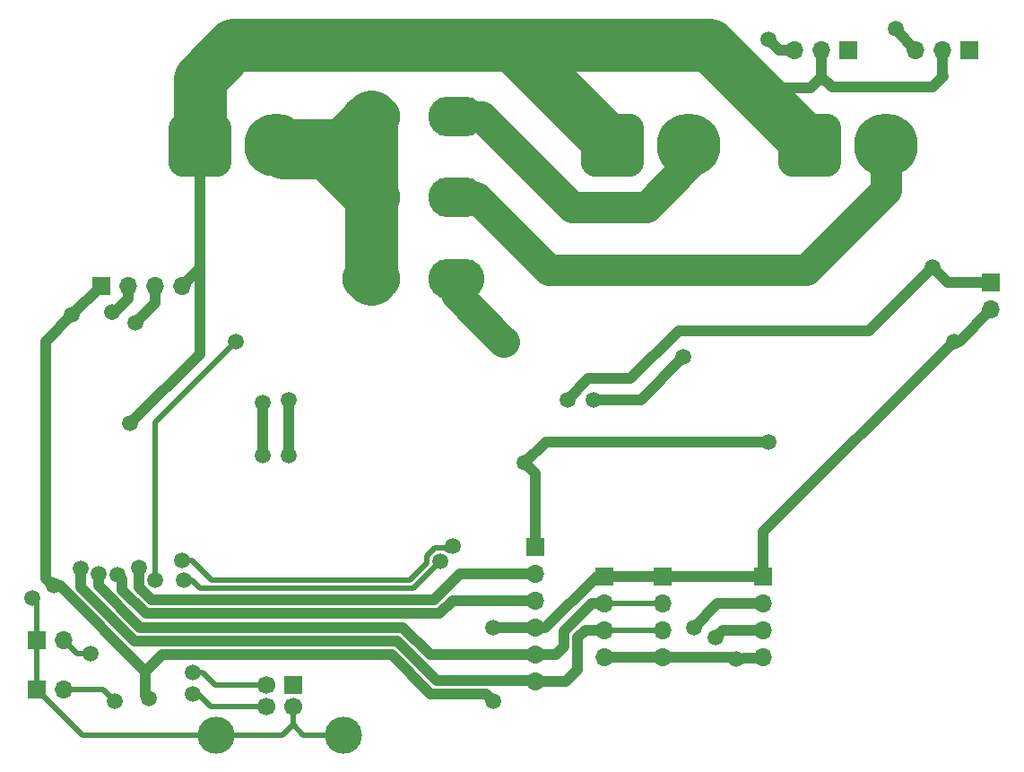
<source format=gbr>
%TF.GenerationSoftware,KiCad,Pcbnew,9.0.2*%
%TF.CreationDate,2025-05-21T10:53:00+02:00*%
%TF.ProjectId,OpenMoverPlatform,4f70656e-4d6f-4766-9572-506c6174666f,rev?*%
%TF.SameCoordinates,Original*%
%TF.FileFunction,Copper,L2,Bot*%
%TF.FilePolarity,Positive*%
%FSLAX46Y46*%
G04 Gerber Fmt 4.6, Leading zero omitted, Abs format (unit mm)*
G04 Created by KiCad (PCBNEW 9.0.2) date 2025-05-21 10:53:00*
%MOMM*%
%LPD*%
G01*
G04 APERTURE LIST*
G04 Aperture macros list*
%AMRoundRect*
0 Rectangle with rounded corners*
0 $1 Rounding radius*
0 $2 $3 $4 $5 $6 $7 $8 $9 X,Y pos of 4 corners*
0 Add a 4 corners polygon primitive as box body*
4,1,4,$2,$3,$4,$5,$6,$7,$8,$9,$2,$3,0*
0 Add four circle primitives for the rounded corners*
1,1,$1+$1,$2,$3*
1,1,$1+$1,$4,$5*
1,1,$1+$1,$6,$7*
1,1,$1+$1,$8,$9*
0 Add four rect primitives between the rounded corners*
20,1,$1+$1,$2,$3,$4,$5,0*
20,1,$1+$1,$4,$5,$6,$7,0*
20,1,$1+$1,$6,$7,$8,$9,0*
20,1,$1+$1,$8,$9,$2,$3,0*%
G04 Aperture macros list end*
%TA.AperFunction,ComponentPad*%
%ADD10R,1.700000X1.700000*%
%TD*%
%TA.AperFunction,ComponentPad*%
%ADD11O,1.700000X1.700000*%
%TD*%
%TA.AperFunction,ComponentPad*%
%ADD12RoundRect,1.500000X-1.500000X-1.500000X1.500000X-1.500000X1.500000X1.500000X-1.500000X1.500000X0*%
%TD*%
%TA.AperFunction,ComponentPad*%
%ADD13C,6.000000*%
%TD*%
%TA.AperFunction,ComponentPad*%
%ADD14O,5.500000X3.800000*%
%TD*%
%TA.AperFunction,ComponentPad*%
%ADD15O,5.300000X3.800000*%
%TD*%
%TA.AperFunction,ComponentPad*%
%ADD16C,1.700000*%
%TD*%
%TA.AperFunction,ComponentPad*%
%ADD17C,3.500000*%
%TD*%
%TA.AperFunction,ViaPad*%
%ADD18C,1.500000*%
%TD*%
%TA.AperFunction,Conductor*%
%ADD19C,0.500000*%
%TD*%
%TA.AperFunction,Conductor*%
%ADD20C,1.000000*%
%TD*%
%TA.AperFunction,Conductor*%
%ADD21C,5.000000*%
%TD*%
%TA.AperFunction,Conductor*%
%ADD22C,3.000000*%
%TD*%
G04 APERTURE END LIST*
D10*
%TO.P,J5,1,Pin_1*%
%TO.N,+3V3*%
X187500000Y-84700000D03*
D11*
%TO.P,J5,2,Pin_2*%
%TO.N,IO7_SDA*%
X187500000Y-87240000D03*
%TO.P,J5,3,Pin_3*%
%TO.N,IO6_SCL*%
X187500000Y-89780000D03*
%TO.P,J5,4,Pin_4*%
%TO.N,GND*%
X187500000Y-92320000D03*
%TD*%
D10*
%TO.P,JP4,1,A*%
%TO.N,GND*%
X128460000Y-90750000D03*
D11*
%TO.P,JP4,2,B*%
%TO.N,EN*%
X131000000Y-90750000D03*
%TD*%
D12*
%TO.P,J2,1,Pin_1*%
%TO.N,GND*%
X182800000Y-44000000D03*
D13*
%TO.P,J2,2,Pin_2*%
%TO.N,Net-(J2-Pin_2)*%
X190000000Y-44000000D03*
%TD*%
D10*
%TO.P,J7,1,Pin_1*%
%TO.N,unconnected-(J7-Pin_1-Pad1)*%
X205000000Y-35000000D03*
D11*
%TO.P,J7,2,Pin_2*%
%TO.N,GND*%
X202460000Y-35000000D03*
%TO.P,J7,3,Pin_3*%
%TO.N,IO13_PWM2*%
X199920000Y-35000000D03*
%TD*%
D10*
%TO.P,J6,1,Pin_1*%
%TO.N,unconnected-(J6-Pin_1-Pad1)*%
X216500000Y-35000000D03*
D11*
%TO.P,J6,2,Pin_2*%
%TO.N,GND*%
X213960000Y-35000000D03*
%TO.P,J6,3,Pin_3*%
%TO.N,IO12_PWM1*%
X211420000Y-35000000D03*
%TD*%
D14*
%TO.P,F1,1*%
%TO.N,Net-(J1-Pin_2)*%
X160000000Y-48900000D03*
D15*
%TO.P,F1,2*%
%TO.N,Net-(J3-Pin_2)*%
X168000000Y-48900000D03*
%TD*%
D14*
%TO.P,F3,1*%
%TO.N,Net-(J1-Pin_2)*%
X160040000Y-56600000D03*
D15*
%TO.P,F3,2*%
%TO.N,+BATT*%
X168040000Y-56600000D03*
%TD*%
D10*
%TO.P,J11,1,VBUS*%
%TO.N,unconnected-(J11-VBUS-Pad1)*%
X152600000Y-94975000D03*
D16*
%TO.P,J11,2,D-*%
%TO.N,IO19_D-*%
X150100000Y-94975000D03*
%TO.P,J11,3,D+*%
%TO.N,IO20_D+*%
X150100000Y-96975000D03*
%TO.P,J11,4,GND*%
%TO.N,GND*%
X152600000Y-96975000D03*
D17*
%TO.P,J11,5,Shield*%
X157370000Y-99685000D03*
X145330000Y-99685000D03*
%TD*%
D10*
%TO.P,JP5,1,A*%
%TO.N,GND*%
X128460000Y-95400000D03*
D11*
%TO.P,JP5,2,B*%
%TO.N,IO0*%
X131000000Y-95400000D03*
%TD*%
D10*
%TO.P,J8,1,Pin_1*%
%TO.N,+3V3*%
X182000000Y-84700000D03*
D11*
%TO.P,J8,2,Pin_2*%
%TO.N,IO7_SDA*%
X182000000Y-87240000D03*
%TO.P,J8,3,Pin_3*%
%TO.N,IO6_SCL*%
X182000000Y-89780000D03*
%TO.P,J8,4,Pin_4*%
%TO.N,GND*%
X182000000Y-92320000D03*
%TD*%
D12*
%TO.P,J1,1,Pin_1*%
%TO.N,GND*%
X143800000Y-44000000D03*
D13*
%TO.P,J1,2,Pin_2*%
%TO.N,Net-(J1-Pin_2)*%
X151000000Y-44000000D03*
%TD*%
D10*
%TO.P,J4,1,Pin_1*%
%TO.N,GND*%
X175500000Y-81920000D03*
D11*
%TO.P,J4,2,Pin_2*%
%TO.N,IO16_RXGPS*%
X175500000Y-84460000D03*
%TO.P,J4,3,Pin_3*%
%TO.N,IO15_TXGPS*%
X175500000Y-87000000D03*
%TO.P,J4,4,Pin_4*%
%TO.N,+3V3*%
X175500000Y-89540000D03*
%TO.P,J4,5,Pin_5*%
%TO.N,IO7_SDA*%
X175500000Y-92080000D03*
%TO.P,J4,6,Pin_6*%
%TO.N,IO6_SCL*%
X175500000Y-94620000D03*
%TD*%
D10*
%TO.P,J10,1,Pin_1*%
%TO.N,+3V3*%
X134500000Y-57250000D03*
D11*
%TO.P,J10,2,Pin_2*%
%TO.N,TX0*%
X137040000Y-57250000D03*
%TO.P,J10,3,Pin_3*%
%TO.N,RX0*%
X139580000Y-57250000D03*
%TO.P,J10,4,Pin_4*%
%TO.N,GND*%
X142120000Y-57250000D03*
%TD*%
D10*
%TO.P,J9,1,Pin_1*%
%TO.N,+3V3*%
X197000000Y-84740000D03*
D11*
%TO.P,J9,2,Pin_2*%
%TO.N,IO17_TXMOD*%
X197000000Y-87280000D03*
%TO.P,J9,3,Pin_3*%
%TO.N,IO18_RXMOD*%
X197000000Y-89820000D03*
%TO.P,J9,4,Pin_4*%
%TO.N,GND*%
X197000000Y-92360000D03*
%TD*%
D10*
%TO.P,JP3,1,A*%
%TO.N,Net-(JP1-A)*%
X218500000Y-56960000D03*
D11*
%TO.P,JP3,2,B*%
%TO.N,+3V3*%
X218500000Y-59500000D03*
%TD*%
D14*
%TO.P,F2,1*%
%TO.N,Net-(J1-Pin_2)*%
X160000000Y-41300000D03*
D15*
%TO.P,F2,2*%
%TO.N,Net-(J2-Pin_2)*%
X168000000Y-41300000D03*
%TD*%
D12*
%TO.P,J3,1,Pin_1*%
%TO.N,GND*%
X201400000Y-44000000D03*
D13*
%TO.P,J3,2,Pin_2*%
%TO.N,Net-(J3-Pin_2)*%
X208600000Y-44000000D03*
%TD*%
D18*
%TO.N,GND*%
X178150000Y-39350000D03*
X197500000Y-72000000D03*
X137250000Y-70250000D03*
X174500000Y-74000000D03*
X128000000Y-86750000D03*
X194500000Y-92500000D03*
%TO.N,+BATT*%
X172500000Y-62500000D03*
%TO.N,Net-(JP1-A)*%
X213000000Y-55500000D03*
X178500000Y-68000000D03*
%TO.N,+3V3*%
X131750000Y-60000000D03*
X171500000Y-89500000D03*
X171500000Y-96500000D03*
X215000000Y-62500000D03*
X139000000Y-96250000D03*
X130000000Y-85592537D03*
%TO.N,IO16_RXGPS*%
X138069764Y-83843298D03*
%TO.N,IO12_PWM1*%
X149750000Y-68250000D03*
X209500000Y-33000000D03*
X149750000Y-73250000D03*
%TO.N,IO13_PWM2*%
X197500000Y-34000000D03*
X152250000Y-68000000D03*
X152250000Y-73250000D03*
%TO.N,Net-(D1-K)*%
X189500000Y-64000000D03*
X181000000Y-68000000D03*
%TO.N,EN*%
X133500000Y-92000000D03*
%TO.N,TX0*%
X135500000Y-59750000D03*
%TO.N,RX0*%
X137750000Y-60750000D03*
%TO.N,IO0*%
X135750000Y-96500000D03*
X147250000Y-62500000D03*
X139619764Y-85025591D03*
%TO.N,IO15_TXGPS*%
X136069241Y-84519238D03*
%TO.N,IO17_TXMOD*%
X166525000Y-83300000D03*
X190500000Y-89500000D03*
X142315296Y-85050000D03*
%TO.N,IO18_RXMOD*%
X167675000Y-81850000D03*
X192500000Y-90500000D03*
X142155692Y-83200000D03*
%TO.N,IO6_SCL*%
X132532897Y-83960031D03*
%TO.N,IO7_SDA*%
X134250000Y-84500000D03*
%TO.N,IO20_D+*%
X143150000Y-95775000D03*
%TO.N,IO19_D-*%
X143150000Y-93750000D03*
%TD*%
D19*
%TO.N,GND*%
X128460000Y-95400000D02*
X128460000Y-90750000D01*
X145330000Y-99685000D02*
X151615000Y-99685000D01*
D20*
X214000000Y-37500000D02*
X213960000Y-37460000D01*
D19*
X132745000Y-99685000D02*
X128460000Y-95400000D01*
D21*
X191900000Y-34500000D02*
X195950000Y-38550000D01*
D19*
X128460000Y-87210000D02*
X128000000Y-86750000D01*
D20*
X176500000Y-72000000D02*
X174500000Y-74000000D01*
X194500000Y-92360000D02*
X187540000Y-92360000D01*
X203500000Y-38500000D02*
X213000000Y-38500000D01*
D21*
X173300000Y-34500000D02*
X182800000Y-44000000D01*
D20*
X197500000Y-72000000D02*
X176500000Y-72000000D01*
X143800000Y-63700000D02*
X143800000Y-55570000D01*
X202540000Y-37540000D02*
X203500000Y-38500000D01*
X143800000Y-55570000D02*
X143800000Y-44000000D01*
D19*
X128460000Y-90750000D02*
X128460000Y-87210000D01*
D20*
X202460000Y-37540000D02*
X201450000Y-38550000D01*
X213960000Y-37460000D02*
X213960000Y-35000000D01*
D21*
X195950000Y-38550000D02*
X201400000Y-44000000D01*
D19*
X151615000Y-99685000D02*
X152600000Y-98700000D01*
D20*
X213000000Y-38500000D02*
X214000000Y-37500000D01*
X194500000Y-92500000D02*
X197000000Y-92360000D01*
X175500000Y-75000000D02*
X174500000Y-74000000D01*
X202460000Y-37540000D02*
X202540000Y-37540000D01*
D19*
X145330000Y-99685000D02*
X132745000Y-99685000D01*
D21*
X143800000Y-44000000D02*
X143800000Y-37700000D01*
D19*
X153585000Y-99685000D02*
X152600000Y-98700000D01*
X152600000Y-98700000D02*
X152600000Y-96975000D01*
D20*
X202460000Y-35000000D02*
X202460000Y-37540000D01*
X201450000Y-38550000D02*
X195950000Y-38550000D01*
X175500000Y-81920000D02*
X175500000Y-75000000D01*
X187540000Y-92360000D02*
X187500000Y-92320000D01*
X137250000Y-70250000D02*
X143800000Y-63700000D01*
X142120000Y-57250000D02*
X143800000Y-55570000D01*
X194500000Y-92360000D02*
X194500000Y-92500000D01*
D21*
X143800000Y-37700000D02*
X147000000Y-34500000D01*
X173300000Y-34500000D02*
X191900000Y-34500000D01*
X147000000Y-34500000D02*
X173300000Y-34500000D01*
D19*
X157370000Y-99685000D02*
X153585000Y-99685000D01*
D20*
X182000000Y-92320000D02*
X187500000Y-92320000D01*
D21*
%TO.N,Net-(J1-Pin_2)*%
X151000000Y-44000000D02*
X155000000Y-44000000D01*
X160000000Y-48900000D02*
X155100000Y-44000000D01*
X157300000Y-44000000D02*
X160000000Y-41300000D01*
X160000000Y-56560000D02*
X160040000Y-56600000D01*
X155000000Y-44000000D02*
X157300000Y-44000000D01*
X160000000Y-44700000D02*
X151700000Y-44700000D01*
X160000000Y-48900000D02*
X160000000Y-52300000D01*
X160000000Y-44700000D02*
X160000000Y-48900000D01*
X160000000Y-52300000D02*
X160000000Y-56560000D01*
X160000000Y-41300000D02*
X160000000Y-44700000D01*
X155100000Y-44000000D02*
X155000000Y-44000000D01*
X151700000Y-44700000D02*
X151000000Y-44000000D01*
D22*
%TO.N,Net-(J2-Pin_2)*%
X178930000Y-49810000D02*
X185980000Y-49810000D01*
X185980000Y-49810000D02*
X190000000Y-45790000D01*
X190000000Y-45790000D02*
X190000000Y-44000000D01*
X168000000Y-41300000D02*
X170420000Y-41300000D01*
X170420000Y-41300000D02*
X178930000Y-49810000D01*
%TO.N,Net-(J3-Pin_2)*%
X208600000Y-48242640D02*
X208600000Y-44000000D01*
X169900000Y-48900000D02*
X176750000Y-55750000D01*
X176750000Y-55750000D02*
X201092640Y-55750000D01*
X201092640Y-55750000D02*
X208600000Y-48242640D01*
X168000000Y-48900000D02*
X169900000Y-48900000D01*
%TO.N,+BATT*%
X172460000Y-62500000D02*
X172500000Y-62500000D01*
X168040000Y-56600000D02*
X168040000Y-58080000D01*
X168040000Y-58080000D02*
X172460000Y-62500000D01*
D20*
%TO.N,Net-(JP1-A)*%
X178500000Y-68000000D02*
X180500000Y-66000000D01*
X214460000Y-56960000D02*
X213000000Y-55500000D01*
X189000000Y-61500000D02*
X207000000Y-61500000D01*
X218500000Y-56960000D02*
X214460000Y-56960000D01*
X207000000Y-61500000D02*
X213000000Y-55500000D01*
X184500000Y-66000000D02*
X189000000Y-61500000D01*
X180500000Y-66000000D02*
X184500000Y-66000000D01*
%TO.N,+3V3*%
X130592537Y-85592537D02*
X130000000Y-85592537D01*
X165623044Y-95800000D02*
X161923044Y-92100000D01*
X187540000Y-84740000D02*
X187500000Y-84700000D01*
X138700000Y-95950000D02*
X139000000Y-96250000D01*
X161923044Y-92100000D02*
X140300000Y-92100000D01*
X175500000Y-89540000D02*
X176460000Y-89540000D01*
X175500000Y-89540000D02*
X171540000Y-89540000D01*
X197000000Y-84740000D02*
X192500000Y-84740000D01*
X138700000Y-93700000D02*
X138700000Y-95950000D01*
X130000000Y-85592537D02*
X129250000Y-84842537D01*
X171500000Y-96500000D02*
X170800000Y-95800000D01*
X129250000Y-62500000D02*
X131750000Y-60000000D01*
X170800000Y-95800000D02*
X165623044Y-95800000D01*
X215000000Y-62500000D02*
X197000000Y-80500000D01*
X215500000Y-62500000D02*
X215000000Y-62500000D01*
X218500000Y-59500000D02*
X215500000Y-62500000D01*
X140300000Y-92100000D02*
X138700000Y-93700000D01*
X192500000Y-84740000D02*
X187540000Y-84740000D01*
X129250000Y-84842537D02*
X129250000Y-62500000D01*
X176460000Y-89540000D02*
X181300000Y-84700000D01*
X182000000Y-84700000D02*
X187500000Y-84700000D01*
X171540000Y-89540000D02*
X171500000Y-89500000D01*
X131750000Y-60000000D02*
X134500000Y-57250000D01*
X138700000Y-93700000D02*
X130592537Y-85592537D01*
X197000000Y-80500000D02*
X197000000Y-84740000D01*
X139125000Y-96375000D02*
X139000000Y-96250000D01*
X181300000Y-84700000D02*
X182000000Y-84700000D01*
%TO.N,IO16_RXGPS*%
X138069764Y-85714438D02*
X139254326Y-86899000D01*
X168363044Y-84460000D02*
X175500000Y-84460000D01*
X167124044Y-85699000D02*
X168363044Y-84460000D01*
X165922630Y-86899000D02*
X167122630Y-85699000D01*
X138069764Y-83843298D02*
X138069764Y-85714438D01*
X167122630Y-85699000D02*
X167124044Y-85699000D01*
X139254326Y-86899000D02*
X165922630Y-86899000D01*
%TO.N,IO12_PWM1*%
X209420000Y-33000000D02*
X209500000Y-33080000D01*
X149750000Y-68250000D02*
X149750000Y-73250000D01*
X211420000Y-35000000D02*
X209500000Y-33080000D01*
X209500000Y-33080000D02*
X209500000Y-33000000D01*
X209500000Y-33000000D02*
X209420000Y-33000000D01*
%TO.N,IO13_PWM2*%
X198500000Y-35000000D02*
X197500000Y-34000000D01*
X152250000Y-68000000D02*
X152250000Y-73250000D01*
X199920000Y-35000000D02*
X198500000Y-35000000D01*
X152250000Y-72250000D02*
X152250000Y-72000000D01*
X152250000Y-73250000D02*
X152250000Y-72250000D01*
%TO.N,Net-(D1-K)*%
X185500000Y-68000000D02*
X189500000Y-64000000D01*
X181000000Y-68000000D02*
X185500000Y-68000000D01*
D19*
%TO.N,EN*%
X132250000Y-92000000D02*
X133500000Y-92000000D01*
X131000000Y-90750000D02*
X132250000Y-92000000D01*
D20*
%TO.N,TX0*%
X135500000Y-60000000D02*
X135750000Y-59750000D01*
X137040000Y-57250000D02*
X137040000Y-58460000D01*
X135750000Y-59750000D02*
X135500000Y-59750000D01*
X137040000Y-58460000D02*
X135750000Y-59750000D01*
X135500000Y-59750000D02*
X135500000Y-60000000D01*
%TO.N,RX0*%
X139580000Y-58920000D02*
X137750000Y-60750000D01*
X139580000Y-57250000D02*
X139580000Y-58920000D01*
D19*
%TO.N,IO0*%
X139619764Y-70130236D02*
X147250000Y-62500000D01*
X139619764Y-85025591D02*
X139619764Y-70130236D01*
X134650000Y-95400000D02*
X131000000Y-95400000D01*
X147250000Y-62500000D02*
X147000000Y-62750000D01*
X135750000Y-96500000D02*
X134650000Y-95400000D01*
D20*
%TO.N,IO15_TXGPS*%
X136069241Y-84519238D02*
X136500000Y-84949997D01*
X167661522Y-87000000D02*
X175500000Y-87000000D01*
X136500000Y-84949997D02*
X136500000Y-85984566D01*
X136500000Y-85984566D02*
X138715434Y-88200000D01*
X166461522Y-88200000D02*
X167661522Y-87000000D01*
X138715434Y-88200000D02*
X166461522Y-88200000D01*
%TO.N,IO17_TXMOD*%
X192720000Y-87280000D02*
X190500000Y-89500000D01*
X197000000Y-87280000D02*
X192720000Y-87280000D01*
D19*
X163977000Y-85848000D02*
X166525000Y-83300000D01*
X143050000Y-85050000D02*
X143848000Y-85848000D01*
X143848000Y-85848000D02*
X163977000Y-85848000D01*
D20*
X190500000Y-89500000D02*
X190750000Y-89250000D01*
D19*
X142315296Y-85050000D02*
X143050000Y-85050000D01*
D20*
%TO.N,IO18_RXMOD*%
X197000000Y-89820000D02*
X193180000Y-89820000D01*
D19*
X163645214Y-85047000D02*
X165224000Y-83468214D01*
X165224000Y-82761108D02*
X165986108Y-81999000D01*
X143100210Y-83200000D02*
X144947210Y-85047000D01*
D20*
X193180000Y-89820000D02*
X192500000Y-90500000D01*
D19*
X165986108Y-81999000D02*
X167063892Y-81999000D01*
X165224000Y-83468214D02*
X165224000Y-82761108D01*
X144947210Y-85047000D02*
X163645214Y-85047000D01*
X142155692Y-83200000D02*
X143100210Y-83200000D01*
X167294946Y-82230054D02*
X167675000Y-81850000D01*
X167063892Y-81999000D02*
X167294946Y-82230054D01*
D20*
%TO.N,IO6_SCL*%
X132532897Y-83960031D02*
X132532897Y-85694419D01*
X179500000Y-90500000D02*
X180220000Y-89780000D01*
X179500000Y-93500000D02*
X179500000Y-90500000D01*
X178380000Y-94620000D02*
X179500000Y-93500000D01*
X166161522Y-94500000D02*
X175380000Y-94500000D01*
X180220000Y-89780000D02*
X182000000Y-89780000D01*
X175380000Y-94500000D02*
X175500000Y-94620000D01*
X175500000Y-94620000D02*
X178380000Y-94620000D01*
X132532897Y-85694419D02*
X137638478Y-90800000D01*
X137638478Y-90800000D02*
X162461522Y-90800000D01*
D19*
X182000000Y-89780000D02*
X187500000Y-89780000D01*
D20*
X162461522Y-90800000D02*
X166161522Y-94500000D01*
%TO.N,IO7_SDA*%
X180797919Y-87240000D02*
X182000000Y-87240000D01*
X177420000Y-92080000D02*
X178200000Y-91300000D01*
D19*
X182000000Y-87240000D02*
X187500000Y-87240000D01*
D20*
X138176956Y-89500000D02*
X134250000Y-85573044D01*
X134250000Y-85573044D02*
X134250000Y-84500000D01*
X178200000Y-89837919D02*
X180797919Y-87240000D01*
X175500000Y-92080000D02*
X165580000Y-92080000D01*
X165580000Y-92080000D02*
X163000000Y-89500000D01*
X178200000Y-91300000D02*
X178200000Y-89837919D01*
X175500000Y-92080000D02*
X177420000Y-92080000D01*
X163000000Y-89500000D02*
X138176956Y-89500000D01*
D19*
%TO.N,IO20_D+*%
X144875000Y-96975000D02*
X143675000Y-95775000D01*
X150100000Y-96975000D02*
X144875000Y-96975000D01*
X143675000Y-95775000D02*
X143150000Y-95775000D01*
%TO.N,IO19_D-*%
X145300000Y-94975000D02*
X144075000Y-93750000D01*
X150100000Y-94975000D02*
X145300000Y-94975000D01*
X144075000Y-93750000D02*
X143150000Y-93750000D01*
%TD*%
M02*

</source>
